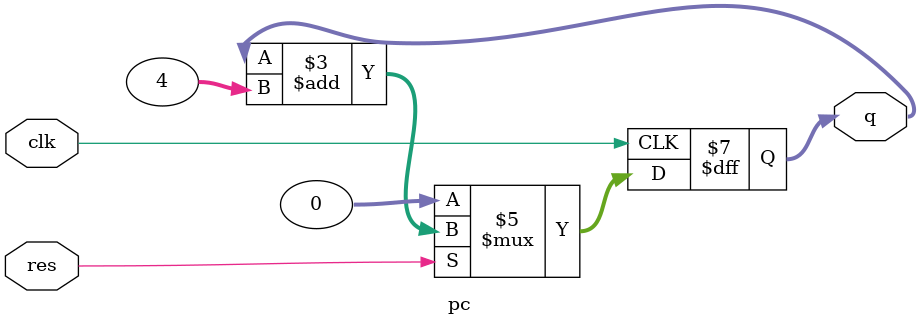
<source format=v>
module pc (q, clk, res);

    output reg [31:0] q;
    input clk, res;

    always @ (posedge clk)
        begin
            if(!res)
                begin
                    q <= 32'b0;
                end
            else
                begin
                    q <= q + 4; 
                end
        end

endmodule
</source>
